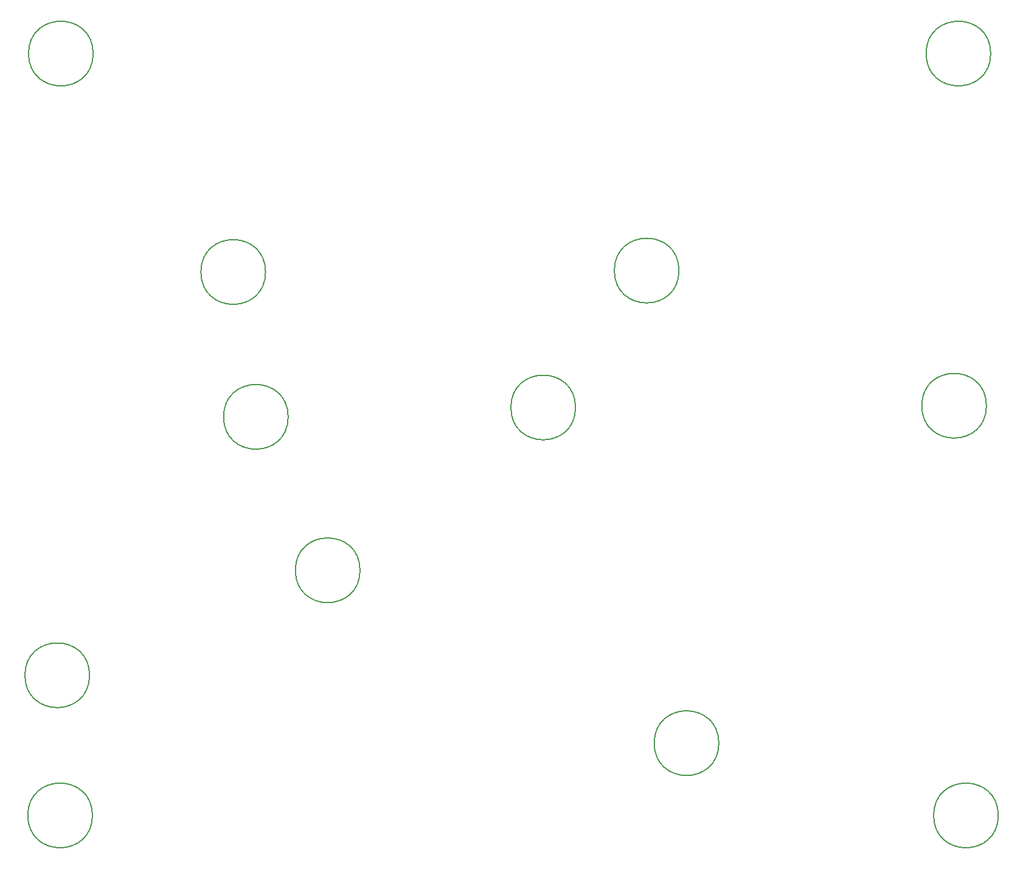
<source format=gbr>
%TF.GenerationSoftware,KiCad,Pcbnew,7.0.9*%
%TF.CreationDate,2024-01-14T19:20:26+01:00*%
%TF.ProjectId,left_plate,6c656674-5f70-46c6-9174-652e6b696361,rev?*%
%TF.SameCoordinates,Original*%
%TF.FileFunction,Other,Comment*%
%FSLAX46Y46*%
G04 Gerber Fmt 4.6, Leading zero omitted, Abs format (unit mm)*
G04 Created by KiCad (PCBNEW 7.0.9) date 2024-01-14 19:20:26*
%MOMM*%
%LPD*%
G01*
G04 APERTURE LIST*
%ADD10C,0.150000*%
G04 APERTURE END LIST*
D10*
%TO.C,H4*%
X126250000Y-153600000D02*
G75*
G03*
X126250000Y-153600000I-4500000J0D01*
G01*
%TO.C,H11*%
X120700000Y-87850000D02*
G75*
G03*
X120700000Y-87850000I-4500000J0D01*
G01*
%TO.C,H3*%
X66300000Y-108200000D02*
G75*
G03*
X66300000Y-108200000I-4500000J0D01*
G01*
%TO.C,H1*%
X165150000Y-163655600D02*
G75*
G03*
X165150000Y-163655600I-4500000J0D01*
G01*
%TO.C,H10*%
X39049600Y-163655600D02*
G75*
G03*
X39049600Y-163655600I-4500000J0D01*
G01*
%TO.C,H2*%
X63150000Y-88050000D02*
G75*
G03*
X63150000Y-88050000I-4500000J0D01*
G01*
%TO.C,H6*%
X164099600Y-57655600D02*
G75*
G03*
X164099600Y-57655600I-4500000J0D01*
G01*
%TO.C,H7*%
X38650000Y-144155600D02*
G75*
G03*
X38650000Y-144155600I-4500000J0D01*
G01*
%TO.C,H5*%
X76300000Y-129550000D02*
G75*
G03*
X76300000Y-129550000I-4500000J0D01*
G01*
%TO.C,H9*%
X39149600Y-57655600D02*
G75*
G03*
X39149600Y-57655600I-4500000J0D01*
G01*
%TO.C,H8*%
X163500000Y-106655600D02*
G75*
G03*
X163500000Y-106655600I-4500000J0D01*
G01*
%TO.C,H12*%
X106300000Y-106900000D02*
G75*
G03*
X106300000Y-106900000I-4500000J0D01*
G01*
%TD*%
M02*

</source>
